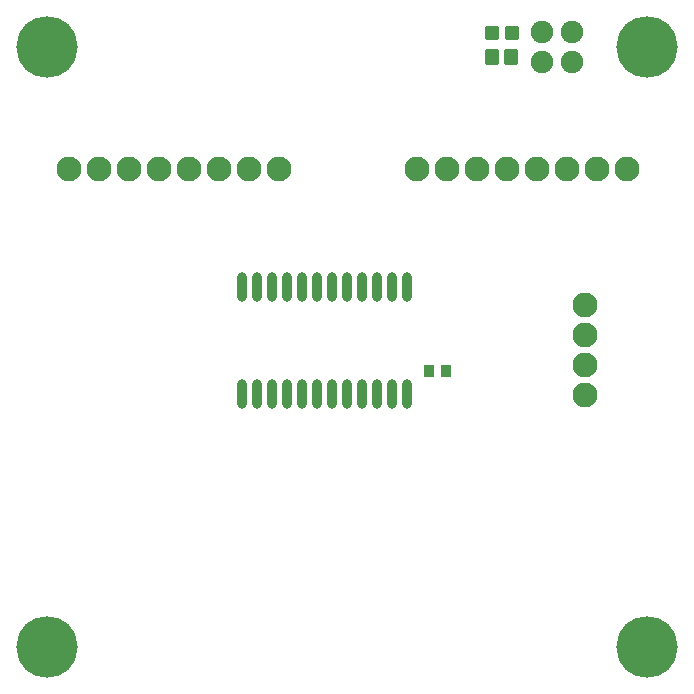
<source format=gts>
G04 Layer: TopSolderMaskLayer*
G04 EasyEDA v6.5.29, 2023-07-18 11:26:45*
G04 0e0841ef75bd4e45b21b8c444bb64f86,5a6b42c53f6a479593ecc07194224c93,10*
G04 Gerber Generator version 0.2*
G04 Scale: 100 percent, Rotated: No, Reflected: No *
G04 Dimensions in millimeters *
G04 leading zeros omitted , absolute positions ,4 integer and 5 decimal *
%FSLAX45Y45*%
%MOMM*%

%AMMACRO1*1,1,$1,$2,$3*1,1,$1,$4,$5*1,1,$1,0-$2,0-$3*1,1,$1,0-$4,0-$5*20,1,$1,$2,$3,$4,$5,0*20,1,$1,$4,$5,0-$2,0-$3,0*20,1,$1,0-$2,0-$3,0-$4,0-$5,0*20,1,$1,0-$4,0-$5,$2,$3,0*4,1,4,$2,$3,$4,$5,0-$2,0-$3,0-$4,0-$5,$2,$3,0*%
%ADD10MACRO1,0.1016X0.4X-0.45X-0.4X-0.45*%
%ADD11MACRO1,0.2032X0.5X-0.55X-0.5X-0.55*%
%ADD12MACRO1,0.2032X-0.45X-0.5X-0.45X0.5*%
%ADD13O,0.8031988000000001X2.5031954*%
%ADD14C,5.2032*%
%ADD15C,2.1016*%
%ADD16C,1.9016*%

%LPD*%
D10*
G01*
X3613000Y2717800D03*
G01*
X3752999Y2717800D03*
D11*
G01*
X4149092Y5372100D03*
G01*
X4309092Y5372100D03*
D12*
G01*
X4144091Y5575292D03*
G01*
X4314090Y5575292D03*
D13*
G01*
X3429000Y3429000D03*
G01*
X3302000Y3429000D03*
G01*
X3175000Y3429000D03*
G01*
X3048000Y3429000D03*
G01*
X2921000Y3429000D03*
G01*
X2794000Y3429000D03*
G01*
X2667000Y3429000D03*
G01*
X2540000Y3429000D03*
G01*
X2413000Y3429000D03*
G01*
X2286000Y3429000D03*
G01*
X2159000Y3429000D03*
G01*
X2032000Y3429000D03*
G01*
X3429000Y2519019D03*
G01*
X3302000Y2519019D03*
G01*
X3175000Y2519019D03*
G01*
X3048000Y2519019D03*
G01*
X2921000Y2519019D03*
G01*
X2794000Y2519019D03*
G01*
X2667000Y2519019D03*
G01*
X2540000Y2519019D03*
G01*
X2413000Y2519019D03*
G01*
X2286000Y2519019D03*
G01*
X2159000Y2519019D03*
G01*
X2032000Y2519019D03*
D14*
G01*
X5461000Y381000D03*
G01*
X381000Y381000D03*
G01*
X381000Y5461000D03*
G01*
X5461000Y5461000D03*
D15*
G01*
X4931206Y2512187D03*
G01*
X4931206Y2766187D03*
G01*
X4931206Y3020187D03*
G01*
X3507993Y4423206D03*
G01*
X3761993Y4423206D03*
G01*
X4015993Y4423206D03*
G01*
X4269993Y4423206D03*
G01*
X4523993Y4423206D03*
G01*
X4777993Y4423206D03*
G01*
X5031993Y4423206D03*
G01*
X5285993Y4423206D03*
G01*
X2339593Y4423206D03*
G01*
X2085593Y4423206D03*
G01*
X1831594Y4423206D03*
G01*
X1577594Y4423206D03*
G01*
X1323594Y4423206D03*
G01*
X1069594Y4423206D03*
G01*
X815594Y4423206D03*
G01*
X561594Y4423206D03*
D16*
G01*
X4826000Y5588000D03*
G01*
X4826000Y5334000D03*
G01*
X4572000Y5334000D03*
G01*
X4572000Y5588000D03*
D15*
G01*
X4931206Y3274187D03*
M02*

</source>
